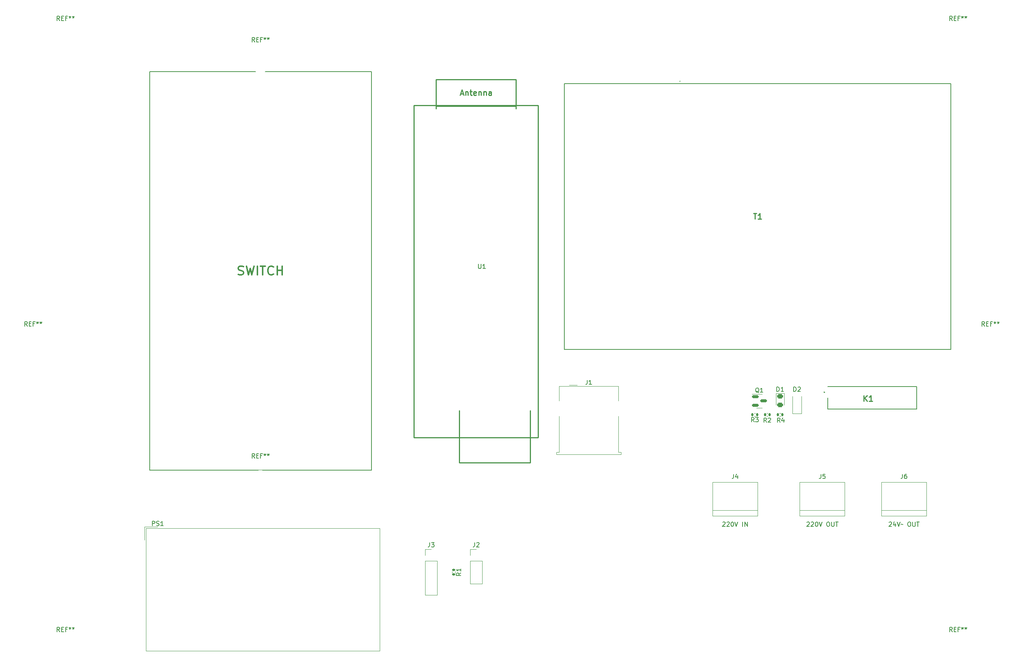
<source format=gto>
%TF.GenerationSoftware,KiCad,Pcbnew,(6.0.0-0)*%
%TF.CreationDate,2022-10-14T11:13:42+02:00*%
%TF.ProjectId,prototype-1,70726f74-6f74-4797-9065-2d312e6b6963,rev?*%
%TF.SameCoordinates,Original*%
%TF.FileFunction,Legend,Top*%
%TF.FilePolarity,Positive*%
%FSLAX46Y46*%
G04 Gerber Fmt 4.6, Leading zero omitted, Abs format (unit mm)*
G04 Created by KiCad (PCBNEW (6.0.0-0)) date 2022-10-14 11:13:42*
%MOMM*%
%LPD*%
G01*
G04 APERTURE LIST*
G04 Aperture macros list*
%AMRoundRect*
0 Rectangle with rounded corners*
0 $1 Rounding radius*
0 $2 $3 $4 $5 $6 $7 $8 $9 X,Y pos of 4 corners*
0 Add a 4 corners polygon primitive as box body*
4,1,4,$2,$3,$4,$5,$6,$7,$8,$9,$2,$3,0*
0 Add four circle primitives for the rounded corners*
1,1,$1+$1,$2,$3*
1,1,$1+$1,$4,$5*
1,1,$1+$1,$6,$7*
1,1,$1+$1,$8,$9*
0 Add four rect primitives between the rounded corners*
20,1,$1+$1,$2,$3,$4,$5,0*
20,1,$1+$1,$4,$5,$6,$7,0*
20,1,$1+$1,$6,$7,$8,$9,0*
20,1,$1+$1,$8,$9,$2,$3,0*%
G04 Aperture macros list end*
%ADD10C,0.150000*%
%ADD11C,0.300000*%
%ADD12C,0.254000*%
%ADD13C,0.120000*%
%ADD14C,0.200000*%
%ADD15R,3.000000X3.000000*%
%ADD16C,3.000000*%
%ADD17R,1.600000X1.500000*%
%ADD18C,1.600000*%
%ADD19R,2.400000X2.400000*%
%ADD20C,2.400000*%
%ADD21C,0.900000*%
%ADD22C,8.600000*%
%ADD23RoundRect,0.135000X-0.135000X-0.185000X0.135000X-0.185000X0.135000X0.185000X-0.135000X0.185000X0*%
%ADD24C,4.300000*%
%ADD25R,1.778000X1.778000*%
%ADD26C,1.778000*%
%ADD27R,1.700000X1.700000*%
%ADD28O,1.700000X1.700000*%
%ADD29RoundRect,0.150000X-0.587500X-0.150000X0.587500X-0.150000X0.587500X0.150000X-0.587500X0.150000X0*%
%ADD30R,1.500000X1.500000*%
%ADD31C,1.500000*%
%ADD32C,6.600000*%
%ADD33RoundRect,0.135000X-0.185000X0.135000X-0.185000X-0.135000X0.185000X-0.135000X0.185000X0.135000X0*%
%ADD34RoundRect,0.243750X-0.456250X0.243750X-0.456250X-0.243750X0.456250X-0.243750X0.456250X0.243750X0*%
%ADD35RoundRect,0.135000X0.135000X0.185000X-0.135000X0.185000X-0.135000X-0.185000X0.135000X-0.185000X0*%
%ADD36R,1.200000X0.900000*%
%ADD37C,1.650000*%
G04 APERTURE END LIST*
D10*
X63500000Y-27940000D02*
X113500000Y-27940000D01*
X113500000Y-27940000D02*
X113500000Y-117940000D01*
X113500000Y-117940000D02*
X63500000Y-117940000D01*
X63500000Y-117940000D02*
X63500000Y-27940000D01*
X211788809Y-129722619D02*
X211836428Y-129675000D01*
X211931666Y-129627380D01*
X212169761Y-129627380D01*
X212265000Y-129675000D01*
X212312619Y-129722619D01*
X212360238Y-129817857D01*
X212360238Y-129913095D01*
X212312619Y-130055952D01*
X211741190Y-130627380D01*
X212360238Y-130627380D01*
X212741190Y-129722619D02*
X212788809Y-129675000D01*
X212884047Y-129627380D01*
X213122142Y-129627380D01*
X213217380Y-129675000D01*
X213265000Y-129722619D01*
X213312619Y-129817857D01*
X213312619Y-129913095D01*
X213265000Y-130055952D01*
X212693571Y-130627380D01*
X213312619Y-130627380D01*
X213931666Y-129627380D02*
X214026904Y-129627380D01*
X214122142Y-129675000D01*
X214169761Y-129722619D01*
X214217380Y-129817857D01*
X214265000Y-130008333D01*
X214265000Y-130246428D01*
X214217380Y-130436904D01*
X214169761Y-130532142D01*
X214122142Y-130579761D01*
X214026904Y-130627380D01*
X213931666Y-130627380D01*
X213836428Y-130579761D01*
X213788809Y-130532142D01*
X213741190Y-130436904D01*
X213693571Y-130246428D01*
X213693571Y-130008333D01*
X213741190Y-129817857D01*
X213788809Y-129722619D01*
X213836428Y-129675000D01*
X213931666Y-129627380D01*
X214550714Y-129627380D02*
X214884047Y-130627380D01*
X215217380Y-129627380D01*
X216503095Y-129627380D02*
X216693571Y-129627380D01*
X216788809Y-129675000D01*
X216884047Y-129770238D01*
X216931666Y-129960714D01*
X216931666Y-130294047D01*
X216884047Y-130484523D01*
X216788809Y-130579761D01*
X216693571Y-130627380D01*
X216503095Y-130627380D01*
X216407857Y-130579761D01*
X216312619Y-130484523D01*
X216265000Y-130294047D01*
X216265000Y-129960714D01*
X216312619Y-129770238D01*
X216407857Y-129675000D01*
X216503095Y-129627380D01*
X217360238Y-129627380D02*
X217360238Y-130436904D01*
X217407857Y-130532142D01*
X217455476Y-130579761D01*
X217550714Y-130627380D01*
X217741190Y-130627380D01*
X217836428Y-130579761D01*
X217884047Y-130532142D01*
X217931666Y-130436904D01*
X217931666Y-129627380D01*
X218265000Y-129627380D02*
X218836428Y-129627380D01*
X218550714Y-130627380D02*
X218550714Y-129627380D01*
X230322857Y-129722619D02*
X230370476Y-129675000D01*
X230465714Y-129627380D01*
X230703809Y-129627380D01*
X230799047Y-129675000D01*
X230846666Y-129722619D01*
X230894285Y-129817857D01*
X230894285Y-129913095D01*
X230846666Y-130055952D01*
X230275238Y-130627380D01*
X230894285Y-130627380D01*
X231751428Y-129960714D02*
X231751428Y-130627380D01*
X231513333Y-129579761D02*
X231275238Y-130294047D01*
X231894285Y-130294047D01*
X232132380Y-129627380D02*
X232465714Y-130627380D01*
X232799047Y-129627380D01*
X232989523Y-130246428D02*
X233037142Y-130198809D01*
X233132380Y-130151190D01*
X233322857Y-130246428D01*
X233418095Y-130198809D01*
X233465714Y-130151190D01*
X234799047Y-129627380D02*
X234989523Y-129627380D01*
X235084761Y-129675000D01*
X235180000Y-129770238D01*
X235227619Y-129960714D01*
X235227619Y-130294047D01*
X235180000Y-130484523D01*
X235084761Y-130579761D01*
X234989523Y-130627380D01*
X234799047Y-130627380D01*
X234703809Y-130579761D01*
X234608571Y-130484523D01*
X234560952Y-130294047D01*
X234560952Y-129960714D01*
X234608571Y-129770238D01*
X234703809Y-129675000D01*
X234799047Y-129627380D01*
X235656190Y-129627380D02*
X235656190Y-130436904D01*
X235703809Y-130532142D01*
X235751428Y-130579761D01*
X235846666Y-130627380D01*
X236037142Y-130627380D01*
X236132380Y-130579761D01*
X236180000Y-130532142D01*
X236227619Y-130436904D01*
X236227619Y-129627380D01*
X236560952Y-129627380D02*
X237132380Y-129627380D01*
X236846666Y-130627380D02*
X236846666Y-129627380D01*
D11*
X83500000Y-73749523D02*
X83785714Y-73844761D01*
X84261904Y-73844761D01*
X84452380Y-73749523D01*
X84547619Y-73654285D01*
X84642857Y-73463809D01*
X84642857Y-73273333D01*
X84547619Y-73082857D01*
X84452380Y-72987619D01*
X84261904Y-72892380D01*
X83880952Y-72797142D01*
X83690476Y-72701904D01*
X83595238Y-72606666D01*
X83500000Y-72416190D01*
X83500000Y-72225714D01*
X83595238Y-72035238D01*
X83690476Y-71940000D01*
X83880952Y-71844761D01*
X84357142Y-71844761D01*
X84642857Y-71940000D01*
X85309523Y-71844761D02*
X85785714Y-73844761D01*
X86166666Y-72416190D01*
X86547619Y-73844761D01*
X87023809Y-71844761D01*
X87785714Y-73844761D02*
X87785714Y-71844761D01*
X88452380Y-71844761D02*
X89595238Y-71844761D01*
X89023809Y-73844761D02*
X89023809Y-71844761D01*
X91404761Y-73654285D02*
X91309523Y-73749523D01*
X91023809Y-73844761D01*
X90833333Y-73844761D01*
X90547619Y-73749523D01*
X90357142Y-73559047D01*
X90261904Y-73368571D01*
X90166666Y-72987619D01*
X90166666Y-72701904D01*
X90261904Y-72320952D01*
X90357142Y-72130476D01*
X90547619Y-71940000D01*
X90833333Y-71844761D01*
X91023809Y-71844761D01*
X91309523Y-71940000D01*
X91404761Y-72035238D01*
X92261904Y-73844761D02*
X92261904Y-71844761D01*
X92261904Y-72797142D02*
X93404761Y-72797142D01*
X93404761Y-73844761D02*
X93404761Y-71844761D01*
D10*
X192770476Y-129722619D02*
X192818095Y-129675000D01*
X192913333Y-129627380D01*
X193151428Y-129627380D01*
X193246666Y-129675000D01*
X193294285Y-129722619D01*
X193341904Y-129817857D01*
X193341904Y-129913095D01*
X193294285Y-130055952D01*
X192722857Y-130627380D01*
X193341904Y-130627380D01*
X193722857Y-129722619D02*
X193770476Y-129675000D01*
X193865714Y-129627380D01*
X194103809Y-129627380D01*
X194199047Y-129675000D01*
X194246666Y-129722619D01*
X194294285Y-129817857D01*
X194294285Y-129913095D01*
X194246666Y-130055952D01*
X193675238Y-130627380D01*
X194294285Y-130627380D01*
X194913333Y-129627380D02*
X195008571Y-129627380D01*
X195103809Y-129675000D01*
X195151428Y-129722619D01*
X195199047Y-129817857D01*
X195246666Y-130008333D01*
X195246666Y-130246428D01*
X195199047Y-130436904D01*
X195151428Y-130532142D01*
X195103809Y-130579761D01*
X195008571Y-130627380D01*
X194913333Y-130627380D01*
X194818095Y-130579761D01*
X194770476Y-130532142D01*
X194722857Y-130436904D01*
X194675238Y-130246428D01*
X194675238Y-130008333D01*
X194722857Y-129817857D01*
X194770476Y-129722619D01*
X194818095Y-129675000D01*
X194913333Y-129627380D01*
X195532380Y-129627380D02*
X195865714Y-130627380D01*
X196199047Y-129627380D01*
X197294285Y-130627380D02*
X197294285Y-129627380D01*
X197770476Y-130627380D02*
X197770476Y-129627380D01*
X198341904Y-130627380D01*
X198341904Y-129627380D01*
%TO.C,J4*%
X195246666Y-118832380D02*
X195246666Y-119546666D01*
X195199047Y-119689523D01*
X195103809Y-119784761D01*
X194960952Y-119832380D01*
X194865714Y-119832380D01*
X196151428Y-119165714D02*
X196151428Y-119832380D01*
X195913333Y-118784761D02*
X195675238Y-119499047D01*
X196294285Y-119499047D01*
%TO.C,J1*%
X162226666Y-97582380D02*
X162226666Y-98296666D01*
X162179047Y-98439523D01*
X162083809Y-98534761D01*
X161940952Y-98582380D01*
X161845714Y-98582380D01*
X163226666Y-98582380D02*
X162655238Y-98582380D01*
X162940952Y-98582380D02*
X162940952Y-97582380D01*
X162845714Y-97725238D01*
X162750476Y-97820476D01*
X162655238Y-97868095D01*
%TO.C,PS1*%
X64078214Y-130474880D02*
X64078214Y-129474880D01*
X64459166Y-129474880D01*
X64554404Y-129522500D01*
X64602023Y-129570119D01*
X64649642Y-129665357D01*
X64649642Y-129808214D01*
X64602023Y-129903452D01*
X64554404Y-129951071D01*
X64459166Y-129998690D01*
X64078214Y-129998690D01*
X65030595Y-130427261D02*
X65173452Y-130474880D01*
X65411547Y-130474880D01*
X65506785Y-130427261D01*
X65554404Y-130379642D01*
X65602023Y-130284404D01*
X65602023Y-130189166D01*
X65554404Y-130093928D01*
X65506785Y-130046309D01*
X65411547Y-129998690D01*
X65221071Y-129951071D01*
X65125833Y-129903452D01*
X65078214Y-129855833D01*
X65030595Y-129760595D01*
X65030595Y-129665357D01*
X65078214Y-129570119D01*
X65125833Y-129522500D01*
X65221071Y-129474880D01*
X65459166Y-129474880D01*
X65602023Y-129522500D01*
X66554404Y-130474880D02*
X65982976Y-130474880D01*
X66268690Y-130474880D02*
X66268690Y-129474880D01*
X66173452Y-129617738D01*
X66078214Y-129712976D01*
X65982976Y-129760595D01*
%TO.C,REF\u002A\u002A*%
X244566666Y-154392380D02*
X244233333Y-153916190D01*
X243995238Y-154392380D02*
X243995238Y-153392380D01*
X244376190Y-153392380D01*
X244471428Y-153440000D01*
X244519047Y-153487619D01*
X244566666Y-153582857D01*
X244566666Y-153725714D01*
X244519047Y-153820952D01*
X244471428Y-153868571D01*
X244376190Y-153916190D01*
X243995238Y-153916190D01*
X244995238Y-153868571D02*
X245328571Y-153868571D01*
X245471428Y-154392380D02*
X244995238Y-154392380D01*
X244995238Y-153392380D01*
X245471428Y-153392380D01*
X246233333Y-153868571D02*
X245900000Y-153868571D01*
X245900000Y-154392380D02*
X245900000Y-153392380D01*
X246376190Y-153392380D01*
X246900000Y-153392380D02*
X246900000Y-153630476D01*
X246661904Y-153535238D02*
X246900000Y-153630476D01*
X247138095Y-153535238D01*
X246757142Y-153820952D02*
X246900000Y-153630476D01*
X247042857Y-153820952D01*
X247661904Y-153392380D02*
X247661904Y-153630476D01*
X247423809Y-153535238D02*
X247661904Y-153630476D01*
X247900000Y-153535238D01*
X247519047Y-153820952D02*
X247661904Y-153630476D01*
X247804761Y-153820952D01*
%TO.C,R4*%
X205726974Y-107132380D02*
X205393641Y-106656190D01*
X205155545Y-107132380D02*
X205155545Y-106132380D01*
X205536498Y-106132380D01*
X205631736Y-106180000D01*
X205679355Y-106227619D01*
X205726974Y-106322857D01*
X205726974Y-106465714D01*
X205679355Y-106560952D01*
X205631736Y-106608571D01*
X205536498Y-106656190D01*
X205155545Y-106656190D01*
X206584117Y-106465714D02*
X206584117Y-107132380D01*
X206346021Y-106084761D02*
X206107926Y-106799047D01*
X206726974Y-106799047D01*
%TO.C,R2*%
X202663333Y-107132380D02*
X202330000Y-106656190D01*
X202091904Y-107132380D02*
X202091904Y-106132380D01*
X202472857Y-106132380D01*
X202568095Y-106180000D01*
X202615714Y-106227619D01*
X202663333Y-106322857D01*
X202663333Y-106465714D01*
X202615714Y-106560952D01*
X202568095Y-106608571D01*
X202472857Y-106656190D01*
X202091904Y-106656190D01*
X203044285Y-106227619D02*
X203091904Y-106180000D01*
X203187142Y-106132380D01*
X203425238Y-106132380D01*
X203520476Y-106180000D01*
X203568095Y-106227619D01*
X203615714Y-106322857D01*
X203615714Y-106418095D01*
X203568095Y-106560952D01*
X202996666Y-107132380D01*
X203615714Y-107132380D01*
%TO.C,REF\u002A\u002A*%
X87166666Y-115192380D02*
X86833333Y-114716190D01*
X86595238Y-115192380D02*
X86595238Y-114192380D01*
X86976190Y-114192380D01*
X87071428Y-114240000D01*
X87119047Y-114287619D01*
X87166666Y-114382857D01*
X87166666Y-114525714D01*
X87119047Y-114620952D01*
X87071428Y-114668571D01*
X86976190Y-114716190D01*
X86595238Y-114716190D01*
X87595238Y-114668571D02*
X87928571Y-114668571D01*
X88071428Y-115192380D02*
X87595238Y-115192380D01*
X87595238Y-114192380D01*
X88071428Y-114192380D01*
X88833333Y-114668571D02*
X88500000Y-114668571D01*
X88500000Y-115192380D02*
X88500000Y-114192380D01*
X88976190Y-114192380D01*
X89500000Y-114192380D02*
X89500000Y-114430476D01*
X89261904Y-114335238D02*
X89500000Y-114430476D01*
X89738095Y-114335238D01*
X89357142Y-114620952D02*
X89500000Y-114430476D01*
X89642857Y-114620952D01*
X90261904Y-114192380D02*
X90261904Y-114430476D01*
X90023809Y-114335238D02*
X90261904Y-114430476D01*
X90500000Y-114335238D01*
X90119047Y-114620952D02*
X90261904Y-114430476D01*
X90404761Y-114620952D01*
%TO.C,J5*%
X214931666Y-118832380D02*
X214931666Y-119546666D01*
X214884047Y-119689523D01*
X214788809Y-119784761D01*
X214645952Y-119832380D01*
X214550714Y-119832380D01*
X215884047Y-118832380D02*
X215407857Y-118832380D01*
X215360238Y-119308571D01*
X215407857Y-119260952D01*
X215503095Y-119213333D01*
X215741190Y-119213333D01*
X215836428Y-119260952D01*
X215884047Y-119308571D01*
X215931666Y-119403809D01*
X215931666Y-119641904D01*
X215884047Y-119737142D01*
X215836428Y-119784761D01*
X215741190Y-119832380D01*
X215503095Y-119832380D01*
X215407857Y-119784761D01*
X215360238Y-119737142D01*
%TO.C,REF\u002A\u002A*%
X87166666Y-21212380D02*
X86833333Y-20736190D01*
X86595238Y-21212380D02*
X86595238Y-20212380D01*
X86976190Y-20212380D01*
X87071428Y-20260000D01*
X87119047Y-20307619D01*
X87166666Y-20402857D01*
X87166666Y-20545714D01*
X87119047Y-20640952D01*
X87071428Y-20688571D01*
X86976190Y-20736190D01*
X86595238Y-20736190D01*
X87595238Y-20688571D02*
X87928571Y-20688571D01*
X88071428Y-21212380D02*
X87595238Y-21212380D01*
X87595238Y-20212380D01*
X88071428Y-20212380D01*
X88833333Y-20688571D02*
X88500000Y-20688571D01*
X88500000Y-21212380D02*
X88500000Y-20212380D01*
X88976190Y-20212380D01*
X89500000Y-20212380D02*
X89500000Y-20450476D01*
X89261904Y-20355238D02*
X89500000Y-20450476D01*
X89738095Y-20355238D01*
X89357142Y-20640952D02*
X89500000Y-20450476D01*
X89642857Y-20640952D01*
X90261904Y-20212380D02*
X90261904Y-20450476D01*
X90023809Y-20355238D02*
X90261904Y-20450476D01*
X90500000Y-20355238D01*
X90119047Y-20640952D02*
X90261904Y-20450476D01*
X90404761Y-20640952D01*
%TO.C,U1*%
X137668095Y-71412380D02*
X137668095Y-72221904D01*
X137715714Y-72317142D01*
X137763333Y-72364761D01*
X137858571Y-72412380D01*
X138049047Y-72412380D01*
X138144285Y-72364761D01*
X138191904Y-72317142D01*
X138239523Y-72221904D01*
X138239523Y-71412380D01*
X139239523Y-72412380D02*
X138668095Y-72412380D01*
X138953809Y-72412380D02*
X138953809Y-71412380D01*
X138858571Y-71555238D01*
X138763333Y-71650476D01*
X138668095Y-71698095D01*
D12*
X133612380Y-32906666D02*
X134217142Y-32906666D01*
X133491428Y-33269523D02*
X133914761Y-31999523D01*
X134338095Y-33269523D01*
X134761428Y-32422857D02*
X134761428Y-33269523D01*
X134761428Y-32543809D02*
X134821904Y-32483333D01*
X134942857Y-32422857D01*
X135124285Y-32422857D01*
X135245238Y-32483333D01*
X135305714Y-32604285D01*
X135305714Y-33269523D01*
X135729047Y-32422857D02*
X136212857Y-32422857D01*
X135910476Y-31999523D02*
X135910476Y-33088095D01*
X135970952Y-33209047D01*
X136091904Y-33269523D01*
X136212857Y-33269523D01*
X137120000Y-33209047D02*
X136999047Y-33269523D01*
X136757142Y-33269523D01*
X136636190Y-33209047D01*
X136575714Y-33088095D01*
X136575714Y-32604285D01*
X136636190Y-32483333D01*
X136757142Y-32422857D01*
X136999047Y-32422857D01*
X137120000Y-32483333D01*
X137180476Y-32604285D01*
X137180476Y-32725238D01*
X136575714Y-32846190D01*
X137724761Y-32422857D02*
X137724761Y-33269523D01*
X137724761Y-32543809D02*
X137785238Y-32483333D01*
X137906190Y-32422857D01*
X138087619Y-32422857D01*
X138208571Y-32483333D01*
X138269047Y-32604285D01*
X138269047Y-33269523D01*
X138873809Y-32422857D02*
X138873809Y-33269523D01*
X138873809Y-32543809D02*
X138934285Y-32483333D01*
X139055238Y-32422857D01*
X139236666Y-32422857D01*
X139357619Y-32483333D01*
X139418095Y-32604285D01*
X139418095Y-33269523D01*
X140567142Y-33269523D02*
X140567142Y-32604285D01*
X140506666Y-32483333D01*
X140385714Y-32422857D01*
X140143809Y-32422857D01*
X140022857Y-32483333D01*
X140567142Y-33209047D02*
X140446190Y-33269523D01*
X140143809Y-33269523D01*
X140022857Y-33209047D01*
X139962380Y-33088095D01*
X139962380Y-32967142D01*
X140022857Y-32846190D01*
X140143809Y-32785714D01*
X140446190Y-32785714D01*
X140567142Y-32725238D01*
D10*
%TO.C,REF\u002A\u002A*%
X43166666Y-154392380D02*
X42833333Y-153916190D01*
X42595238Y-154392380D02*
X42595238Y-153392380D01*
X42976190Y-153392380D01*
X43071428Y-153440000D01*
X43119047Y-153487619D01*
X43166666Y-153582857D01*
X43166666Y-153725714D01*
X43119047Y-153820952D01*
X43071428Y-153868571D01*
X42976190Y-153916190D01*
X42595238Y-153916190D01*
X43595238Y-153868571D02*
X43928571Y-153868571D01*
X44071428Y-154392380D02*
X43595238Y-154392380D01*
X43595238Y-153392380D01*
X44071428Y-153392380D01*
X44833333Y-153868571D02*
X44500000Y-153868571D01*
X44500000Y-154392380D02*
X44500000Y-153392380D01*
X44976190Y-153392380D01*
X45500000Y-153392380D02*
X45500000Y-153630476D01*
X45261904Y-153535238D02*
X45500000Y-153630476D01*
X45738095Y-153535238D01*
X45357142Y-153820952D02*
X45500000Y-153630476D01*
X45642857Y-153820952D01*
X46261904Y-153392380D02*
X46261904Y-153630476D01*
X46023809Y-153535238D02*
X46261904Y-153630476D01*
X46500000Y-153535238D01*
X46119047Y-153820952D02*
X46261904Y-153630476D01*
X46404761Y-153820952D01*
%TO.C,J3*%
X126666666Y-134282380D02*
X126666666Y-134996666D01*
X126619047Y-135139523D01*
X126523809Y-135234761D01*
X126380952Y-135282380D01*
X126285714Y-135282380D01*
X127047619Y-134282380D02*
X127666666Y-134282380D01*
X127333333Y-134663333D01*
X127476190Y-134663333D01*
X127571428Y-134710952D01*
X127619047Y-134758571D01*
X127666666Y-134853809D01*
X127666666Y-135091904D01*
X127619047Y-135187142D01*
X127571428Y-135234761D01*
X127476190Y-135282380D01*
X127190476Y-135282380D01*
X127095238Y-135234761D01*
X127047619Y-135187142D01*
%TO.C,REF\u002A\u002A*%
X43166666Y-16392380D02*
X42833333Y-15916190D01*
X42595238Y-16392380D02*
X42595238Y-15392380D01*
X42976190Y-15392380D01*
X43071428Y-15440000D01*
X43119047Y-15487619D01*
X43166666Y-15582857D01*
X43166666Y-15725714D01*
X43119047Y-15820952D01*
X43071428Y-15868571D01*
X42976190Y-15916190D01*
X42595238Y-15916190D01*
X43595238Y-15868571D02*
X43928571Y-15868571D01*
X44071428Y-16392380D02*
X43595238Y-16392380D01*
X43595238Y-15392380D01*
X44071428Y-15392380D01*
X44833333Y-15868571D02*
X44500000Y-15868571D01*
X44500000Y-16392380D02*
X44500000Y-15392380D01*
X44976190Y-15392380D01*
X45500000Y-15392380D02*
X45500000Y-15630476D01*
X45261904Y-15535238D02*
X45500000Y-15630476D01*
X45738095Y-15535238D01*
X45357142Y-15820952D02*
X45500000Y-15630476D01*
X45642857Y-15820952D01*
X46261904Y-15392380D02*
X46261904Y-15630476D01*
X46023809Y-15535238D02*
X46261904Y-15630476D01*
X46500000Y-15535238D01*
X46119047Y-15820952D02*
X46261904Y-15630476D01*
X46404761Y-15820952D01*
%TO.C,J6*%
X233346666Y-118832380D02*
X233346666Y-119546666D01*
X233299047Y-119689523D01*
X233203809Y-119784761D01*
X233060952Y-119832380D01*
X232965714Y-119832380D01*
X234251428Y-118832380D02*
X234060952Y-118832380D01*
X233965714Y-118880000D01*
X233918095Y-118927619D01*
X233822857Y-119070476D01*
X233775238Y-119260952D01*
X233775238Y-119641904D01*
X233822857Y-119737142D01*
X233870476Y-119784761D01*
X233965714Y-119832380D01*
X234156190Y-119832380D01*
X234251428Y-119784761D01*
X234299047Y-119737142D01*
X234346666Y-119641904D01*
X234346666Y-119403809D01*
X234299047Y-119308571D01*
X234251428Y-119260952D01*
X234156190Y-119213333D01*
X233965714Y-119213333D01*
X233870476Y-119260952D01*
X233822857Y-119308571D01*
X233775238Y-119403809D01*
%TO.C,Q1*%
X200954761Y-100452619D02*
X200859523Y-100405000D01*
X200764285Y-100309761D01*
X200621428Y-100166904D01*
X200526190Y-100119285D01*
X200430952Y-100119285D01*
X200478571Y-100357380D02*
X200383333Y-100309761D01*
X200288095Y-100214523D01*
X200240476Y-100024047D01*
X200240476Y-99690714D01*
X200288095Y-99500238D01*
X200383333Y-99405000D01*
X200478571Y-99357380D01*
X200669047Y-99357380D01*
X200764285Y-99405000D01*
X200859523Y-99500238D01*
X200907142Y-99690714D01*
X200907142Y-100024047D01*
X200859523Y-100214523D01*
X200764285Y-100309761D01*
X200669047Y-100357380D01*
X200478571Y-100357380D01*
X201859523Y-100357380D02*
X201288095Y-100357380D01*
X201573809Y-100357380D02*
X201573809Y-99357380D01*
X201478571Y-99500238D01*
X201383333Y-99595476D01*
X201288095Y-99643095D01*
%TO.C,J2*%
X136826666Y-134282380D02*
X136826666Y-134996666D01*
X136779047Y-135139523D01*
X136683809Y-135234761D01*
X136540952Y-135282380D01*
X136445714Y-135282380D01*
X137255238Y-134377619D02*
X137302857Y-134330000D01*
X137398095Y-134282380D01*
X137636190Y-134282380D01*
X137731428Y-134330000D01*
X137779047Y-134377619D01*
X137826666Y-134472857D01*
X137826666Y-134568095D01*
X137779047Y-134710952D01*
X137207619Y-135282380D01*
X137826666Y-135282380D01*
D12*
%TO.C,T1*%
X199692380Y-59984523D02*
X200418095Y-59984523D01*
X200055238Y-61254523D02*
X200055238Y-59984523D01*
X201506666Y-61254523D02*
X200780952Y-61254523D01*
X201143809Y-61254523D02*
X201143809Y-59984523D01*
X201022857Y-60165952D01*
X200901904Y-60286904D01*
X200780952Y-60347380D01*
D10*
%TO.C,REF\u002A\u002A*%
X35866666Y-85392380D02*
X35533333Y-84916190D01*
X35295238Y-85392380D02*
X35295238Y-84392380D01*
X35676190Y-84392380D01*
X35771428Y-84440000D01*
X35819047Y-84487619D01*
X35866666Y-84582857D01*
X35866666Y-84725714D01*
X35819047Y-84820952D01*
X35771428Y-84868571D01*
X35676190Y-84916190D01*
X35295238Y-84916190D01*
X36295238Y-84868571D02*
X36628571Y-84868571D01*
X36771428Y-85392380D02*
X36295238Y-85392380D01*
X36295238Y-84392380D01*
X36771428Y-84392380D01*
X37533333Y-84868571D02*
X37200000Y-84868571D01*
X37200000Y-85392380D02*
X37200000Y-84392380D01*
X37676190Y-84392380D01*
X38200000Y-84392380D02*
X38200000Y-84630476D01*
X37961904Y-84535238D02*
X38200000Y-84630476D01*
X38438095Y-84535238D01*
X38057142Y-84820952D02*
X38200000Y-84630476D01*
X38342857Y-84820952D01*
X38961904Y-84392380D02*
X38961904Y-84630476D01*
X38723809Y-84535238D02*
X38961904Y-84630476D01*
X39200000Y-84535238D01*
X38819047Y-84820952D02*
X38961904Y-84630476D01*
X39104761Y-84820952D01*
X251866666Y-85392380D02*
X251533333Y-84916190D01*
X251295238Y-85392380D02*
X251295238Y-84392380D01*
X251676190Y-84392380D01*
X251771428Y-84440000D01*
X251819047Y-84487619D01*
X251866666Y-84582857D01*
X251866666Y-84725714D01*
X251819047Y-84820952D01*
X251771428Y-84868571D01*
X251676190Y-84916190D01*
X251295238Y-84916190D01*
X252295238Y-84868571D02*
X252628571Y-84868571D01*
X252771428Y-85392380D02*
X252295238Y-85392380D01*
X252295238Y-84392380D01*
X252771428Y-84392380D01*
X253533333Y-84868571D02*
X253200000Y-84868571D01*
X253200000Y-85392380D02*
X253200000Y-84392380D01*
X253676190Y-84392380D01*
X254200000Y-84392380D02*
X254200000Y-84630476D01*
X253961904Y-84535238D02*
X254200000Y-84630476D01*
X254438095Y-84535238D01*
X254057142Y-84820952D02*
X254200000Y-84630476D01*
X254342857Y-84820952D01*
X254961904Y-84392380D02*
X254961904Y-84630476D01*
X254723809Y-84535238D02*
X254961904Y-84630476D01*
X255200000Y-84535238D01*
X254819047Y-84820952D02*
X254961904Y-84630476D01*
X255104761Y-84820952D01*
%TO.C,R1*%
X133702380Y-141136666D02*
X133226190Y-141470000D01*
X133702380Y-141708095D02*
X132702380Y-141708095D01*
X132702380Y-141327142D01*
X132750000Y-141231904D01*
X132797619Y-141184285D01*
X132892857Y-141136666D01*
X133035714Y-141136666D01*
X133130952Y-141184285D01*
X133178571Y-141231904D01*
X133226190Y-141327142D01*
X133226190Y-141708095D01*
X133702380Y-140184285D02*
X133702380Y-140755714D01*
X133702380Y-140470000D02*
X132702380Y-140470000D01*
X132845238Y-140565238D01*
X132940476Y-140660476D01*
X132988095Y-140755714D01*
%TO.C,D1*%
X205001904Y-100147380D02*
X205001904Y-99147380D01*
X205240000Y-99147380D01*
X205382857Y-99195000D01*
X205478095Y-99290238D01*
X205525714Y-99385476D01*
X205573333Y-99575952D01*
X205573333Y-99718809D01*
X205525714Y-99909285D01*
X205478095Y-100004523D01*
X205382857Y-100099761D01*
X205240000Y-100147380D01*
X205001904Y-100147380D01*
X206525714Y-100147380D02*
X205954285Y-100147380D01*
X206240000Y-100147380D02*
X206240000Y-99147380D01*
X206144761Y-99290238D01*
X206049523Y-99385476D01*
X205954285Y-99433095D01*
%TO.C,REF\u002A\u002A*%
X244566666Y-16392380D02*
X244233333Y-15916190D01*
X243995238Y-16392380D02*
X243995238Y-15392380D01*
X244376190Y-15392380D01*
X244471428Y-15440000D01*
X244519047Y-15487619D01*
X244566666Y-15582857D01*
X244566666Y-15725714D01*
X244519047Y-15820952D01*
X244471428Y-15868571D01*
X244376190Y-15916190D01*
X243995238Y-15916190D01*
X244995238Y-15868571D02*
X245328571Y-15868571D01*
X245471428Y-16392380D02*
X244995238Y-16392380D01*
X244995238Y-15392380D01*
X245471428Y-15392380D01*
X246233333Y-15868571D02*
X245900000Y-15868571D01*
X245900000Y-16392380D02*
X245900000Y-15392380D01*
X246376190Y-15392380D01*
X246900000Y-15392380D02*
X246900000Y-15630476D01*
X246661904Y-15535238D02*
X246900000Y-15630476D01*
X247138095Y-15535238D01*
X246757142Y-15820952D02*
X246900000Y-15630476D01*
X247042857Y-15820952D01*
X247661904Y-15392380D02*
X247661904Y-15630476D01*
X247423809Y-15535238D02*
X247661904Y-15630476D01*
X247900000Y-15535238D01*
X247519047Y-15820952D02*
X247661904Y-15630476D01*
X247804761Y-15820952D01*
%TO.C,R3*%
X199858333Y-107032380D02*
X199525000Y-106556190D01*
X199286904Y-107032380D02*
X199286904Y-106032380D01*
X199667857Y-106032380D01*
X199763095Y-106080000D01*
X199810714Y-106127619D01*
X199858333Y-106222857D01*
X199858333Y-106365714D01*
X199810714Y-106460952D01*
X199763095Y-106508571D01*
X199667857Y-106556190D01*
X199286904Y-106556190D01*
X200191666Y-106032380D02*
X200810714Y-106032380D01*
X200477380Y-106413333D01*
X200620238Y-106413333D01*
X200715476Y-106460952D01*
X200763095Y-106508571D01*
X200810714Y-106603809D01*
X200810714Y-106841904D01*
X200763095Y-106937142D01*
X200715476Y-106984761D01*
X200620238Y-107032380D01*
X200334523Y-107032380D01*
X200239285Y-106984761D01*
X200191666Y-106937142D01*
%TO.C,D2*%
X208811904Y-100147380D02*
X208811904Y-99147380D01*
X209050000Y-99147380D01*
X209192857Y-99195000D01*
X209288095Y-99290238D01*
X209335714Y-99385476D01*
X209383333Y-99575952D01*
X209383333Y-99718809D01*
X209335714Y-99909285D01*
X209288095Y-100004523D01*
X209192857Y-100099761D01*
X209050000Y-100147380D01*
X208811904Y-100147380D01*
X209764285Y-99242619D02*
X209811904Y-99195000D01*
X209907142Y-99147380D01*
X210145238Y-99147380D01*
X210240476Y-99195000D01*
X210288095Y-99242619D01*
X210335714Y-99337857D01*
X210335714Y-99433095D01*
X210288095Y-99575952D01*
X209716666Y-100147380D01*
X210335714Y-100147380D01*
D12*
%TO.C,K1*%
X224631169Y-102351683D02*
X224631169Y-101081683D01*
X225356883Y-102351683D02*
X224812597Y-101625969D01*
X225356883Y-101081683D02*
X224631169Y-101807398D01*
X226566407Y-102351683D02*
X225840692Y-102351683D01*
X226203550Y-102351683D02*
X226203550Y-101081683D01*
X226082597Y-101263112D01*
X225961645Y-101384064D01*
X225840692Y-101444540D01*
D13*
%TO.C,J4*%
X200660000Y-120650000D02*
X190500000Y-120650000D01*
X190500000Y-128270000D02*
X200660000Y-128270000D01*
X190500000Y-120650000D02*
X190500000Y-128270000D01*
X200660000Y-128270000D02*
X200660000Y-120650000D01*
X200660000Y-127000000D02*
X190500000Y-127000000D01*
%TO.C,J1*%
X155900000Y-98940000D02*
X169220000Y-98940000D01*
X155250000Y-113900000D02*
X155250000Y-114420000D01*
X169220000Y-105790000D02*
X169220000Y-113900000D01*
X158160000Y-98720000D02*
X159960000Y-98720000D01*
X155900000Y-113900000D02*
X155250000Y-113900000D01*
X155900000Y-98940000D02*
X155900000Y-102270000D01*
X169870000Y-113900000D02*
X169220000Y-113900000D01*
X169870000Y-114420000D02*
X169870000Y-113900000D01*
X155900000Y-113900000D02*
X155900000Y-105790000D01*
X155250000Y-114420000D02*
X169870000Y-114420000D01*
X169220000Y-98940000D02*
X169220000Y-102270000D01*
%TO.C,PS1*%
X62292500Y-130722500D02*
X65292500Y-130722500D01*
X62672500Y-131102500D02*
X115412500Y-131102500D01*
X115412500Y-131102500D02*
X115412500Y-158742500D01*
X62672500Y-158742500D02*
X115412500Y-158742500D01*
X62672500Y-131102500D02*
X62672500Y-158742500D01*
X62292500Y-133722500D02*
X62292500Y-130722500D01*
%TO.C,R4*%
X205586359Y-105030000D02*
X205893641Y-105030000D01*
X205586359Y-105790000D02*
X205893641Y-105790000D01*
%TO.C,R2*%
X202676359Y-105030000D02*
X202983641Y-105030000D01*
X202676359Y-105790000D02*
X202983641Y-105790000D01*
%TO.C,J5*%
X220345000Y-128270000D02*
X220345000Y-120650000D01*
X210185000Y-128270000D02*
X220345000Y-128270000D01*
X210185000Y-120650000D02*
X210185000Y-128270000D01*
X220345000Y-127000000D02*
X210185000Y-127000000D01*
X220345000Y-120650000D02*
X210185000Y-120650000D01*
D12*
%TO.C,U1*%
X151130000Y-110560000D02*
X151130000Y-35560000D01*
X149311000Y-104456000D02*
X149311000Y-116256000D01*
X149311000Y-116256000D02*
X133311000Y-116256000D01*
X128120000Y-29695000D02*
X146120000Y-29695000D01*
X123130000Y-110560000D02*
X151130000Y-110560000D01*
X133311000Y-116256000D02*
X133311000Y-104456000D01*
X146120000Y-29695000D02*
X146120000Y-36315000D01*
X123130000Y-35560000D02*
X151130000Y-35560000D01*
X123130000Y-104240000D02*
X123130000Y-110560000D01*
X128120000Y-29695000D02*
X128120000Y-36315000D01*
X123130000Y-104240000D02*
X123130000Y-35560000D01*
X128120000Y-35695000D02*
X146120000Y-35695000D01*
D13*
%TO.C,J3*%
X125670000Y-146110000D02*
X128330000Y-146110000D01*
X125670000Y-137160000D02*
X125670000Y-135830000D01*
X125670000Y-135830000D02*
X127000000Y-135830000D01*
X128330000Y-138430000D02*
X128330000Y-146110000D01*
X125670000Y-138430000D02*
X128330000Y-138430000D01*
X125670000Y-138430000D02*
X125670000Y-146110000D01*
%TO.C,J6*%
X238760000Y-120650000D02*
X228600000Y-120650000D01*
X238760000Y-127000000D02*
X228600000Y-127000000D01*
X228600000Y-128270000D02*
X238760000Y-128270000D01*
X238760000Y-128270000D02*
X238760000Y-120650000D01*
X228600000Y-120650000D02*
X228600000Y-128270000D01*
%TO.C,Q1*%
X201050000Y-103865000D02*
X201700000Y-103865000D01*
X201050000Y-100745000D02*
X201700000Y-100745000D01*
X201050000Y-100745000D02*
X199375000Y-100745000D01*
X201050000Y-103865000D02*
X200400000Y-103865000D01*
%TO.C,J2*%
X135830000Y-138430000D02*
X138490000Y-138430000D01*
X135830000Y-135830000D02*
X137160000Y-135830000D01*
X135830000Y-137160000D02*
X135830000Y-135830000D01*
X138490000Y-138430000D02*
X138490000Y-143570000D01*
X135830000Y-143570000D02*
X138490000Y-143570000D01*
X135830000Y-138430000D02*
X135830000Y-143570000D01*
D14*
%TO.C,T1*%
X244260000Y-30680000D02*
X157060000Y-30680000D01*
X183160000Y-30080000D02*
X183160000Y-30080000D01*
X244260000Y-90680000D02*
X244260000Y-30680000D01*
X183160000Y-30180000D02*
X183160000Y-30180000D01*
X183160000Y-30080000D02*
X183160000Y-30080000D01*
X157060000Y-30680000D02*
X157060000Y-90680000D01*
X157060000Y-90680000D02*
X244260000Y-90680000D01*
X183160000Y-30180000D02*
G75*
G03*
X183160000Y-30080000I0J50000D01*
G01*
X183160000Y-30080000D02*
G75*
G03*
X183160000Y-30180000I0J-50000D01*
G01*
X183160000Y-30080000D02*
G75*
G03*
X183160000Y-30180000I0J-50000D01*
G01*
D13*
%TO.C,R1*%
X131700000Y-140816359D02*
X131700000Y-141123641D01*
X132460000Y-140816359D02*
X132460000Y-141123641D01*
%TO.C,D1*%
X206700000Y-103235000D02*
X206700000Y-100550000D01*
X206700000Y-100550000D02*
X204780000Y-100550000D01*
X204780000Y-100550000D02*
X204780000Y-103235000D01*
%TO.C,R3*%
X200178641Y-105790000D02*
X199871359Y-105790000D01*
X200178641Y-105030000D02*
X199871359Y-105030000D01*
%TO.C,D2*%
X210550000Y-105120000D02*
X210550000Y-101220000D01*
X208550000Y-105120000D02*
X208550000Y-101220000D01*
X208550000Y-105120000D02*
X210550000Y-105120000D01*
D14*
%TO.C,K1*%
X236533080Y-99060000D02*
X236533080Y-104140000D01*
X216533080Y-99060000D02*
X216533080Y-99080000D01*
X216533080Y-99060000D02*
X236533080Y-99060000D01*
X216533080Y-104140000D02*
X216533080Y-101600000D01*
X236533080Y-104140000D02*
X216533080Y-104140000D01*
X215813240Y-100339000D02*
G75*
G03*
X215813240Y-100339000I-113160J0D01*
G01*
%TD*%
%LPC*%
D15*
%TO.C,J4*%
X193040000Y-124460000D03*
D16*
X198120000Y-124460000D03*
%TD*%
D17*
%TO.C,J1*%
X159060000Y-101320000D03*
D18*
X161560000Y-101320000D03*
X163560000Y-101320000D03*
X166060000Y-101320000D03*
D16*
X155990000Y-104030000D03*
X169130000Y-104030000D03*
%TD*%
D19*
%TO.C,PS1*%
X66292500Y-134612500D03*
D20*
X66292500Y-154932500D03*
X112012500Y-144772500D03*
X112012500Y-134612500D03*
%TD*%
D21*
%TO.C,REF\u002A\u002A*%
X248180419Y-161520419D03*
X245900000Y-162465000D03*
X243619581Y-156959581D03*
D22*
X245900000Y-159240000D03*
D21*
X243619581Y-161520419D03*
X245900000Y-156015000D03*
X249125000Y-159240000D03*
X248180419Y-156959581D03*
X242675000Y-159240000D03*
%TD*%
D23*
%TO.C,R4*%
X205230000Y-105410000D03*
X206250000Y-105410000D03*
%TD*%
%TO.C,R2*%
X202320000Y-105410000D03*
X203340000Y-105410000D03*
%TD*%
D24*
%TO.C,REF\u002A\u002A*%
X88500000Y-120040000D03*
%TD*%
D15*
%TO.C,J5*%
X212725000Y-124460000D03*
D16*
X217805000Y-124460000D03*
%TD*%
D24*
%TO.C,REF\u002A\u002A*%
X88500000Y-26060000D03*
%TD*%
D25*
%TO.C,U1*%
X124420000Y-63630000D03*
D26*
X124420000Y-66170000D03*
X124420000Y-68710000D03*
X124420000Y-71250000D03*
X124420000Y-73790000D03*
X124420000Y-76330000D03*
X124420000Y-78870000D03*
X124420000Y-81410000D03*
X124420000Y-83950000D03*
X124420000Y-86490000D03*
X149820000Y-86490000D03*
X149820000Y-83950000D03*
X149820000Y-81410000D03*
X149820000Y-78870000D03*
X149820000Y-76330000D03*
X149820000Y-73790000D03*
X149820000Y-71250000D03*
X149820000Y-68710000D03*
X149820000Y-66170000D03*
X149820000Y-63630000D03*
%TD*%
D21*
%TO.C,REF\u002A\u002A*%
X46780419Y-161520419D03*
X44500000Y-162465000D03*
X42219581Y-156959581D03*
D22*
X44500000Y-159240000D03*
D21*
X42219581Y-161520419D03*
X44500000Y-156015000D03*
X47725000Y-159240000D03*
X46780419Y-156959581D03*
X41275000Y-159240000D03*
%TD*%
D27*
%TO.C,J3*%
X127000000Y-137160000D03*
D28*
X127000000Y-139700000D03*
X127000000Y-142240000D03*
X127000000Y-144780000D03*
%TD*%
D21*
%TO.C,REF\u002A\u002A*%
X46780419Y-23520419D03*
X44500000Y-24465000D03*
X42219581Y-18959581D03*
D22*
X44500000Y-21240000D03*
D21*
X42219581Y-23520419D03*
X44500000Y-18015000D03*
X47725000Y-21240000D03*
X46780419Y-18959581D03*
X41275000Y-21240000D03*
%TD*%
D15*
%TO.C,J6*%
X231140000Y-124460000D03*
D16*
X236220000Y-124460000D03*
%TD*%
D29*
%TO.C,Q1*%
X200112500Y-101355000D03*
X200112500Y-103255000D03*
X201987500Y-102305000D03*
%TD*%
D27*
%TO.C,J2*%
X137160000Y-137160000D03*
D28*
X137160000Y-139700000D03*
X137160000Y-142240000D03*
%TD*%
D30*
%TO.C,T1*%
X183160000Y-43180000D03*
D31*
X218160000Y-43180000D03*
X215660000Y-78180000D03*
X210660000Y-78180000D03*
X190660000Y-78180000D03*
X185660000Y-78180000D03*
D32*
X161910000Y-36930000D03*
X239410000Y-36930000D03*
X239410000Y-84430000D03*
X161910000Y-84430000D03*
%TD*%
D21*
%TO.C,REF\u002A\u002A*%
X39480419Y-92520419D03*
X37200000Y-93465000D03*
X34919581Y-87959581D03*
D22*
X37200000Y-90240000D03*
D21*
X34919581Y-92520419D03*
X37200000Y-87015000D03*
X40425000Y-90240000D03*
X39480419Y-87959581D03*
X33975000Y-90240000D03*
%TD*%
%TO.C,REF\u002A\u002A*%
X255480419Y-92520419D03*
X253200000Y-93465000D03*
X250919581Y-87959581D03*
D22*
X253200000Y-90240000D03*
D21*
X250919581Y-92520419D03*
X253200000Y-87015000D03*
X256425000Y-90240000D03*
X255480419Y-87959581D03*
X249975000Y-90240000D03*
%TD*%
D33*
%TO.C,R1*%
X132080000Y-140460000D03*
X132080000Y-141480000D03*
%TD*%
D34*
%TO.C,D1*%
X205740000Y-101297500D03*
X205740000Y-103172500D03*
%TD*%
D21*
%TO.C,REF\u002A\u002A*%
X248180419Y-23520419D03*
X245900000Y-24465000D03*
X243619581Y-18959581D03*
D22*
X245900000Y-21240000D03*
D21*
X243619581Y-23520419D03*
X245900000Y-18015000D03*
X249125000Y-21240000D03*
X248180419Y-18959581D03*
X242675000Y-21240000D03*
%TD*%
D35*
%TO.C,R3*%
X200535000Y-105410000D03*
X199515000Y-105410000D03*
%TD*%
D36*
%TO.C,D2*%
X209550000Y-104520000D03*
X209550000Y-101220000D03*
%TD*%
D37*
%TO.C,K1*%
X217433080Y-100340000D03*
X219973080Y-100340000D03*
X227593080Y-100340000D03*
X235213080Y-100340000D03*
%TD*%
M02*

</source>
